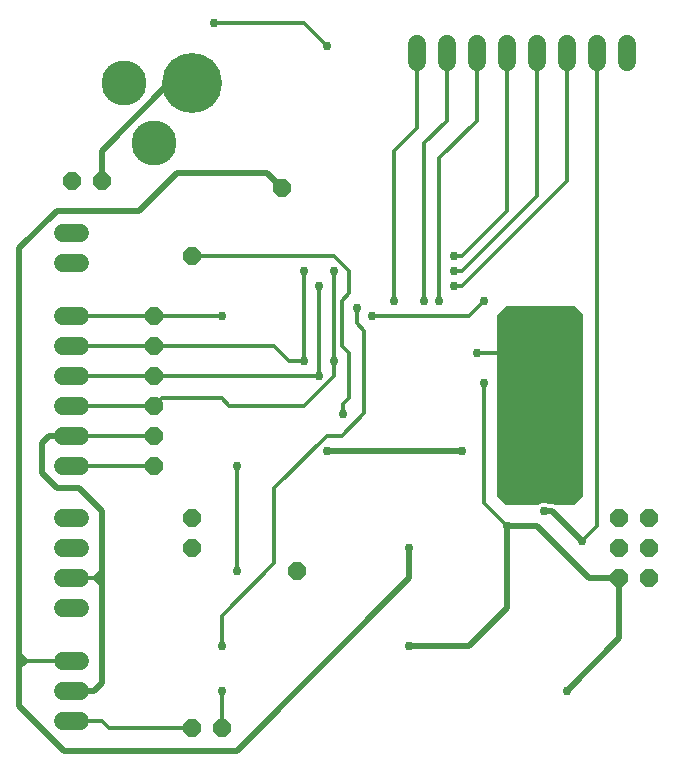
<source format=gbr>
G04 EAGLE Gerber RS-274X export*
G75*
%MOMM*%
%FSLAX34Y34*%
%LPD*%
%INBottom Copper*%
%IPPOS*%
%AMOC8*
5,1,8,0,0,1.08239X$1,22.5*%
G01*
%ADD10P,1.649562X8X22.500000*%
%ADD11P,1.649562X8X112.500000*%
%ADD12C,3.810000*%
%ADD13C,5.080000*%
%ADD14C,1.508000*%
%ADD15C,0.304800*%
%ADD16C,0.508000*%
%ADD17C,0.756400*%

G36*
X451861Y220741D02*
X451861Y220741D01*
X451987Y220748D01*
X452034Y220761D01*
X452082Y220767D01*
X452201Y220809D01*
X452322Y220844D01*
X452364Y220868D01*
X452410Y220884D01*
X452516Y220953D01*
X452627Y221014D01*
X452673Y221054D01*
X452703Y221073D01*
X452736Y221108D01*
X452813Y221173D01*
X453331Y221691D01*
X455841Y222731D01*
X458559Y222731D01*
X461277Y221605D01*
X461279Y221604D01*
X461281Y221603D01*
X461443Y221557D01*
X461612Y221509D01*
X461614Y221509D01*
X461616Y221508D01*
X461860Y221489D01*
X464662Y221489D01*
X466221Y220843D01*
X466223Y220842D01*
X466225Y220841D01*
X466390Y220795D01*
X466556Y220747D01*
X466559Y220747D01*
X466560Y220746D01*
X466804Y220727D01*
X482600Y220727D01*
X482726Y220741D01*
X482852Y220748D01*
X482898Y220761D01*
X482946Y220767D01*
X483065Y220809D01*
X483187Y220844D01*
X483229Y220868D01*
X483274Y220884D01*
X483381Y220953D01*
X483491Y221014D01*
X483537Y221054D01*
X483567Y221073D01*
X483601Y221108D01*
X483677Y221173D01*
X490027Y227523D01*
X490106Y227622D01*
X490190Y227716D01*
X490214Y227758D01*
X490244Y227796D01*
X490298Y227910D01*
X490359Y228021D01*
X490372Y228067D01*
X490393Y228111D01*
X490419Y228234D01*
X490454Y228356D01*
X490459Y228417D01*
X490466Y228452D01*
X490465Y228500D01*
X490473Y228600D01*
X490473Y381000D01*
X490459Y381126D01*
X490452Y381252D01*
X490439Y381298D01*
X490433Y381346D01*
X490391Y381465D01*
X490356Y381587D01*
X490332Y381629D01*
X490316Y381674D01*
X490247Y381781D01*
X490186Y381891D01*
X490146Y381937D01*
X490127Y381967D01*
X490092Y382001D01*
X490027Y382077D01*
X483677Y388427D01*
X483578Y388506D01*
X483484Y388590D01*
X483442Y388614D01*
X483404Y388644D01*
X483290Y388698D01*
X483179Y388759D01*
X483133Y388772D01*
X483089Y388793D01*
X482966Y388819D01*
X482844Y388854D01*
X482783Y388859D01*
X482748Y388866D01*
X482700Y388865D01*
X482600Y388873D01*
X425450Y388873D01*
X425324Y388859D01*
X425198Y388852D01*
X425152Y388839D01*
X425104Y388833D01*
X424985Y388791D01*
X424863Y388756D01*
X424821Y388732D01*
X424776Y388716D01*
X424669Y388647D01*
X424559Y388586D01*
X424513Y388546D01*
X424483Y388527D01*
X424449Y388492D01*
X424373Y388427D01*
X418023Y382077D01*
X417944Y381978D01*
X417860Y381884D01*
X417836Y381842D01*
X417806Y381804D01*
X417752Y381690D01*
X417691Y381579D01*
X417678Y381533D01*
X417657Y381489D01*
X417631Y381366D01*
X417596Y381244D01*
X417592Y381183D01*
X417584Y381148D01*
X417585Y381100D01*
X417577Y381000D01*
X417577Y228600D01*
X417591Y228474D01*
X417598Y228348D01*
X417611Y228302D01*
X417617Y228254D01*
X417659Y228135D01*
X417694Y228013D01*
X417718Y227971D01*
X417734Y227926D01*
X417803Y227819D01*
X417864Y227709D01*
X417904Y227663D01*
X417923Y227633D01*
X417958Y227599D01*
X418023Y227523D01*
X424373Y221173D01*
X424472Y221094D01*
X424566Y221010D01*
X424608Y220986D01*
X424646Y220956D01*
X424760Y220902D01*
X424871Y220841D01*
X424917Y220828D01*
X424961Y220807D01*
X425084Y220781D01*
X425206Y220746D01*
X425267Y220742D01*
X425302Y220734D01*
X425350Y220735D01*
X425450Y220727D01*
X451736Y220727D01*
X451861Y220741D01*
G37*
D10*
X158750Y31750D03*
X184150Y31750D03*
D11*
X546100Y158750D03*
X520700Y158750D03*
X546100Y184150D03*
X520700Y184150D03*
X546100Y209550D03*
X520700Y209550D03*
D10*
X127000Y254000D03*
X127000Y381000D03*
X127000Y279400D03*
X127000Y304800D03*
X127000Y330200D03*
X127000Y355600D03*
X158750Y431800D03*
X234950Y488950D03*
X247650Y165100D03*
X57150Y495300D03*
X158750Y209550D03*
X158750Y184150D03*
D12*
X101600Y577850D03*
X127000Y527050D03*
D13*
X158750Y577850D03*
D10*
X82550Y495300D03*
D14*
X64690Y254000D02*
X49610Y254000D01*
X49610Y279400D02*
X64690Y279400D01*
X64690Y304800D02*
X49610Y304800D01*
X49610Y330200D02*
X64690Y330200D01*
X64690Y355600D02*
X49610Y355600D01*
X49610Y381000D02*
X64690Y381000D01*
X64690Y133350D02*
X49610Y133350D01*
X49610Y158750D02*
X64690Y158750D01*
X64690Y184150D02*
X49610Y184150D01*
X49610Y209550D02*
X64690Y209550D01*
X64690Y38100D02*
X49610Y38100D01*
X49610Y63500D02*
X64690Y63500D01*
X64690Y88900D02*
X49610Y88900D01*
X49610Y425450D02*
X64690Y425450D01*
X64690Y450850D02*
X49610Y450850D01*
X527050Y595710D02*
X527050Y610790D01*
X501650Y610790D02*
X501650Y595710D01*
X476250Y595710D02*
X476250Y610790D01*
X450850Y610790D02*
X450850Y595710D01*
X425450Y595710D02*
X425450Y610790D01*
X400050Y610790D02*
X400050Y595710D01*
X374650Y595710D02*
X374650Y610790D01*
X349250Y610790D02*
X349250Y595710D01*
D15*
X127000Y279400D02*
X57150Y279400D01*
D16*
X57150Y63500D02*
X76200Y63500D01*
X82550Y69850D01*
X82550Y152400D01*
X82550Y153670D02*
X82550Y158750D01*
X82550Y153670D02*
X82550Y152400D01*
X82550Y165100D02*
X82550Y215900D01*
X82550Y165100D02*
X82550Y163830D01*
X82550Y161290D01*
X82550Y158750D01*
X63500Y234950D02*
X44450Y234950D01*
X31750Y247650D02*
X31750Y273050D01*
X38100Y279400D01*
X57150Y279400D01*
X63500Y234950D02*
X82550Y215900D01*
X44450Y234950D02*
X31750Y247650D01*
D15*
X57150Y158750D02*
X76200Y158750D01*
X81280Y158750D02*
X82550Y158750D01*
X79375Y155575D02*
X76200Y158750D01*
X79375Y155575D02*
X81280Y153670D01*
X82550Y152400D01*
X81280Y153670D02*
X81280Y156210D01*
X81280Y157480D01*
X81280Y158750D01*
X81280Y157480D02*
X79375Y155575D01*
X82550Y153670D02*
X77470Y158750D01*
X78740Y158750D01*
X79375Y158115D01*
X81280Y156210D01*
X80645Y158750D02*
X78740Y158750D01*
X77470Y158750D02*
X76200Y158750D01*
X77470Y158750D02*
X79375Y160655D01*
X80010Y161290D02*
X82550Y163830D01*
X80010Y161290D02*
X79375Y160655D01*
X79375Y160020D01*
X79375Y158115D01*
X80645Y158750D02*
X81280Y158750D01*
X80645Y158750D02*
X79375Y160020D01*
X80010Y161290D02*
X82550Y158750D01*
X82550Y161290D02*
X80010Y161290D01*
X76200Y158750D02*
X82550Y165100D01*
D17*
X425450Y374650D03*
X425450Y203200D03*
D16*
X425450Y133350D01*
X393700Y101600D01*
X342900Y101600D01*
D17*
X342900Y101600D03*
D16*
X495300Y158750D02*
X520700Y158750D01*
X495300Y158750D02*
X450850Y203200D01*
X425450Y203200D01*
D17*
X425450Y234950D03*
X400050Y349250D03*
X406400Y323850D03*
D15*
X406400Y222250D01*
X425450Y203200D01*
X419100Y349250D02*
X400050Y349250D01*
D17*
X476250Y63500D03*
D16*
X520700Y107950D01*
X520700Y158750D01*
D17*
X196850Y165100D03*
X196850Y254000D03*
X273050Y266700D03*
X387350Y266700D03*
D15*
X127000Y254000D02*
X57150Y254000D01*
X196850Y254000D02*
X196850Y165100D01*
D16*
X273050Y266700D02*
X387350Y266700D01*
D15*
X488950Y190500D02*
X501650Y203200D01*
X501650Y603250D01*
D16*
X463550Y215900D02*
X488950Y190500D01*
X463550Y215900D02*
X457200Y215900D01*
D17*
X457200Y215900D03*
X488950Y190500D03*
D15*
X57150Y88900D02*
X19050Y88900D01*
X12700Y95250D01*
D16*
X12700Y86360D02*
X12700Y82550D01*
X12700Y50800D01*
X50800Y12700D01*
X196850Y12700D01*
X234950Y488950D02*
X222250Y501650D01*
X146050Y501650D01*
X114300Y469900D01*
X44450Y469900D01*
X12700Y438150D01*
X12700Y95250D01*
D15*
X19050Y88900D02*
X17145Y86995D01*
X16510Y86360D02*
X15240Y85090D01*
X14605Y84455D01*
X12700Y82550D01*
X12700Y93980D02*
X12700Y95250D01*
D16*
X12700Y93980D02*
X12700Y92710D01*
D15*
X12700Y91440D01*
D16*
X12700Y90170D01*
X12700Y88900D01*
X12700Y86360D01*
D15*
X14605Y84455D01*
X15240Y85090D02*
X15240Y86360D01*
X12700Y88900D01*
X15240Y88900D02*
X17145Y86995D01*
X16510Y86360D01*
X12700Y86360D01*
X15240Y88900D02*
X16510Y88900D01*
X13970Y88900D02*
X12700Y88900D01*
X17780Y88900D02*
X19050Y88900D01*
X17780Y88900D02*
X12700Y93980D01*
D16*
X12700Y92710D02*
X16510Y88900D01*
D15*
X15240Y88900D02*
X13970Y88900D01*
X12700Y90170D01*
X16510Y88900D02*
X17780Y88900D01*
X15240Y88900D02*
X12700Y91440D01*
X13970Y88900D02*
X16510Y86360D01*
D16*
X196850Y12700D02*
X342900Y158750D01*
X342900Y184150D01*
D17*
X342900Y184150D03*
X406400Y393700D03*
D15*
X393700Y381000D01*
D17*
X311150Y381000D03*
D15*
X393700Y381000D01*
X127000Y355600D02*
X57150Y355600D01*
D17*
X254000Y342900D03*
D15*
X241300Y342900D01*
X228600Y355600D01*
X127000Y355600D01*
X387350Y431800D02*
X425450Y469900D01*
X387350Y431800D02*
X381000Y431800D01*
X425450Y469900D02*
X425450Y603250D01*
D17*
X254000Y419100D03*
D15*
X254000Y342900D01*
D17*
X381000Y431800D03*
D15*
X127000Y330200D02*
X57150Y330200D01*
D17*
X266700Y330200D03*
D15*
X127000Y330200D01*
X266700Y330200D02*
X266700Y406400D01*
D17*
X266700Y406400D03*
X381000Y406400D03*
D15*
X387350Y406400D01*
X476250Y495300D01*
X476250Y603250D01*
X127000Y304800D02*
X57150Y304800D01*
D17*
X279400Y342900D03*
D15*
X279400Y330200D01*
X254000Y304800D01*
X279400Y342900D02*
X279400Y419100D01*
D17*
X279400Y419100D03*
X381000Y419100D03*
D15*
X387350Y419100D01*
X450850Y482600D02*
X450850Y603250D01*
X450850Y482600D02*
X387350Y419100D01*
X254000Y304800D02*
X190500Y304800D01*
X184150Y311150D01*
X133350Y311150D01*
X127000Y304800D01*
X330200Y520700D02*
X349250Y539750D01*
X349250Y603250D01*
D17*
X330200Y393700D03*
D15*
X330200Y520700D01*
D17*
X286900Y297300D03*
D15*
X286900Y305950D01*
X292100Y311150D01*
X292100Y349250D01*
X285750Y355600D01*
X292100Y419100D02*
X279400Y431800D01*
X292100Y419100D02*
X292100Y400050D01*
X285750Y393700D01*
X285750Y355600D01*
X279400Y431800D02*
X158750Y431800D01*
X158750Y31750D02*
X88900Y31750D01*
X82550Y38100D01*
X57150Y38100D01*
X184150Y31750D02*
X184150Y63500D01*
D17*
X184150Y63500D03*
D15*
X273050Y279400D02*
X285750Y279400D01*
X273050Y279400D02*
X228600Y234950D01*
X228600Y171450D01*
X184150Y127000D01*
X184150Y101600D01*
D17*
X184150Y101600D03*
X298450Y387350D03*
D15*
X298450Y374650D01*
X304800Y368300D01*
X304800Y298450D01*
X285750Y279400D01*
D16*
X82550Y495300D02*
X82550Y520700D01*
X139700Y577850D02*
X158750Y577850D01*
X139700Y577850D02*
X82550Y520700D01*
D17*
X368300Y393700D03*
D15*
X368300Y514350D01*
X400050Y546100D01*
X400050Y603250D01*
X355600Y527050D02*
X355600Y393700D01*
D17*
X355600Y393700D03*
D15*
X355600Y527050D02*
X374650Y546100D01*
X374650Y603250D01*
X127000Y381000D02*
X57150Y381000D01*
D17*
X184150Y381000D03*
D15*
X127000Y381000D01*
D17*
X177800Y628650D03*
D15*
X254000Y628650D01*
X273050Y609600D01*
D17*
X273050Y609600D03*
M02*

</source>
